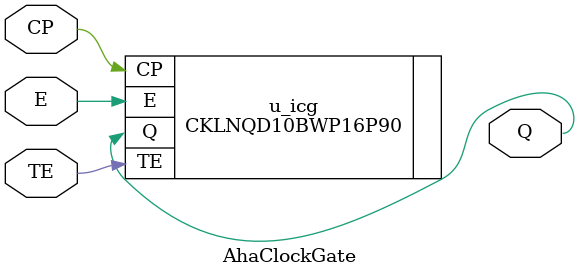
<source format=v>

module AhaClockGate (
    input   wire            TE,
    input   wire            E,
    input   wire            CP,
    output  wire            Q
);
    // Instantiate ICG cell here
    CKLNQD10BWP16P90 u_icg (
        .TE                 (TE),
        .E                  (E),
        .CP                 (CP),
        .Q                  (Q)
    );
endmodule

</source>
